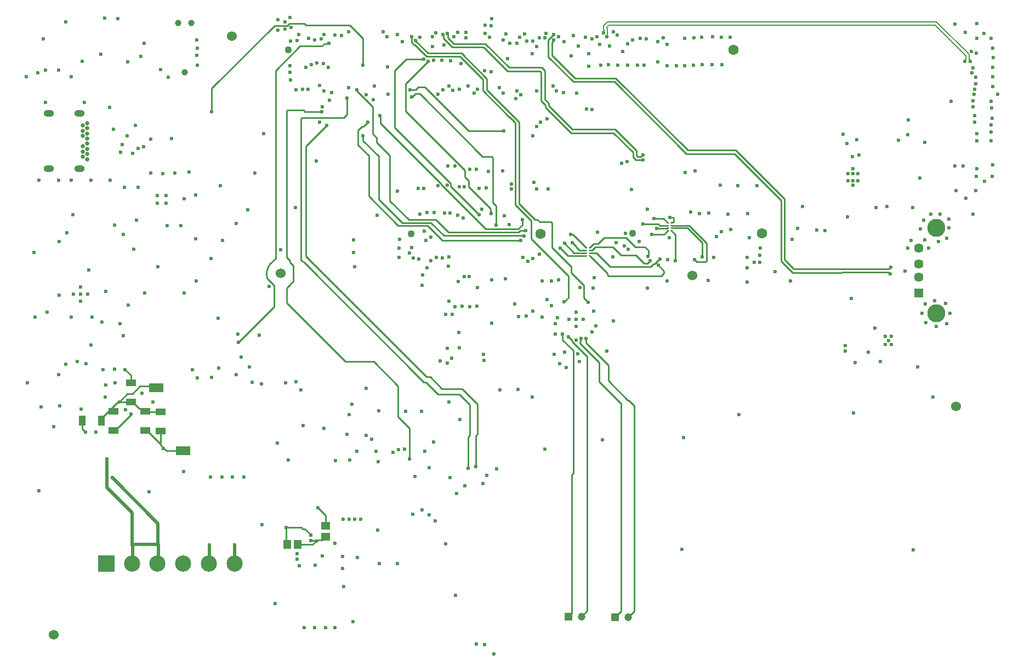
<source format=gbr>
%TF.GenerationSoftware,Altium Limited,Altium Designer,25.8.1 (18)*%
G04 Layer_Physical_Order=8*
G04 Layer_Color=16711680*
%FSLAX45Y45*%
%MOMM*%
%TF.SameCoordinates,C91546C2-10F2-4142-A55A-9FF34A01A7B4*%
%TF.FilePolarity,Positive*%
%TF.FileFunction,Copper,L8,Bot,Signal*%
%TF.Part,Single*%
G01*
G75*
%TA.AperFunction,SMDPad,CuDef*%
%ADD22R,1.60000X1.05000*%
%ADD25R,0.57247X0.61535*%
%ADD27R,1.05000X1.60000*%
%ADD29R,2.20000X1.40000*%
%ADD43R,1.45620X1.25464*%
%TA.AperFunction,Conductor*%
%ADD134C,0.25400*%
%ADD136C,0.20629*%
%ADD137C,0.50000*%
%ADD142C,0.24883*%
%TA.AperFunction,ComponentPad*%
%ADD149C,2.80000*%
%ADD150C,1.45000*%
%ADD151C,0.65000*%
%ADD152O,1.60000X1.00000*%
%ADD153C,2.50000*%
%ADD154C,0.99100*%
%ADD155R,1.20000X1.20000*%
%ADD156C,1.20000*%
%TA.AperFunction,WasherPad*%
%ADD157C,1.52400*%
%TA.AperFunction,ComponentPad*%
%ADD158R,1.45000X1.45000*%
%ADD159C,1.10000*%
%ADD160C,1.60000*%
%ADD161R,2.50000X2.50000*%
%TA.AperFunction,WasherPad*%
%ADD162C,1.10000*%
%ADD163C,1.60000*%
%TA.AperFunction,ViaPad*%
%ADD164C,0.60000*%
%TA.AperFunction,SMDPad,CuDef*%
%ADD169R,1.25464X1.45620*%
%ADD170R,0.30000X0.17500*%
D22*
X4320000Y6960000D02*
D03*
X4780000Y6222500D02*
D03*
X4538131Y6227211D02*
D03*
X4050000Y6230000D02*
D03*
X4780000Y6517500D02*
D03*
X4320000Y6665000D02*
D03*
X4538131Y6522211D02*
D03*
X4050000Y6525000D02*
D03*
D25*
X7097654Y4612640D02*
D03*
Y4526927D02*
D03*
D27*
X3567100Y6382660D02*
D03*
X3862100D02*
D03*
D29*
X5130000Y5910000D02*
D03*
X4710000Y6890000D02*
D03*
D43*
X7324487Y4752109D02*
D03*
Y4586953D02*
D03*
D134*
X6474820Y8806540D02*
G03*
X6431532Y8567168I185111J-157076D01*
G01*
X6956879Y8854617D02*
G03*
X6956880Y8854616I17961J17960D01*
G01*
X7324487Y4752109D02*
Y4915513D01*
X7210000Y5030000D02*
X7324487Y4915513D01*
X7097654Y4612640D02*
Y4614784D01*
X6974840Y4704080D02*
X7008357D01*
X6951980Y4726940D02*
X6974840Y4704080D01*
X7008357D02*
X7097654Y4614784D01*
X4320000Y6960000D02*
Y7080000D01*
X4230000Y7170000D02*
X4320000Y7080000D01*
X4872372Y5910000D02*
X5130000D01*
X4780000Y6002372D02*
X4820000Y5962372D01*
X4780000Y6012842D02*
X4785236Y6007607D01*
X4780000Y6012842D02*
Y6222500D01*
Y6002372D02*
Y6012842D01*
X4832372Y5950000D02*
X4872372Y5910000D01*
X4820000Y5950000D02*
X4832372D01*
X4820000D02*
Y5962372D01*
X6718300Y4726940D02*
X6951980D01*
X6718300Y4475372D02*
Y4726940D01*
Y4475372D02*
X6730742Y4462930D01*
X5920000Y4460000D02*
X5925000Y4455000D01*
X5530000Y4460000D02*
X5532000Y4458000D01*
X5925000Y4195000D02*
X5930000Y4190000D01*
X5532000Y4192000D02*
X5534000Y4190000D01*
X4077500Y6230000D02*
X4318442Y6470942D01*
X4538131Y6227211D02*
X4565631D01*
X4780000Y6012842D01*
X3567100Y6252900D02*
Y6382660D01*
X4050000Y6230000D02*
X4077500D01*
X3567100Y6252900D02*
X3620000Y6200000D01*
X6540500Y12486640D02*
X6733265D01*
X6766585Y12519960D01*
X5570220Y11516360D02*
X6540500Y12486640D01*
X6553200Y11793200D02*
X6931240Y12171240D01*
X7270375D02*
X7306340Y12207205D01*
X6931240Y12171240D02*
X7270375D01*
X7274455Y4536921D02*
X7324487Y4586953D01*
X7209293Y4536921D02*
X7274455D01*
X7192372Y4520000D02*
X7209293Y4536921D01*
X7176536Y4523464D02*
X7180000Y4520000D01*
X7192372D01*
X7097654Y4526927D02*
X7101117Y4523464D01*
X7176536D01*
X7122930Y4462930D02*
X7180000Y4520000D01*
X6895898Y4462930D02*
X7122930D01*
X4690000Y6910000D02*
X4710000Y6890000D01*
X4542842Y6517500D02*
X4780000D01*
X4460000Y6910000D02*
X4690000D01*
X4344374Y6794374D02*
X4460000Y6910000D01*
X4264374Y6794374D02*
X4344374D01*
X4140000Y6670000D02*
X4264374Y6794374D01*
X4140000Y6670000D02*
Y6670600D01*
X4320000Y6665000D02*
X4347500D01*
X4450489Y6562011D01*
X4140000Y6670000D02*
X4315000D01*
X4320000Y6665000D01*
X4538131Y6522211D02*
X4542842Y6517500D01*
X4450489Y6562011D02*
X4498331D01*
X4538131Y6522211D01*
X4131252Y6661252D02*
X4140000Y6670000D01*
X4113192Y6661252D02*
X4131252D01*
X3862100Y6410160D02*
X4113192Y6661252D01*
X3862100Y6382660D02*
Y6410160D01*
X9801829Y9344660D02*
X9936205D01*
X9116421Y10030067D02*
Y10033753D01*
X8171180Y10978994D02*
X9116421Y10033753D01*
X8171180Y10978994D02*
Y11092180D01*
X9116421Y10030067D02*
X9801829Y9344660D01*
X9260660Y10002700D02*
X9700260Y9563100D01*
X8392160Y10911871D02*
Y11788140D01*
Y10911871D02*
X9260660Y10043372D01*
Y10002700D02*
Y10043372D01*
X10170160Y11071860D02*
X10258880Y10983140D01*
Y9715680D02*
Y10983140D01*
Y9715680D02*
X10505440Y9469120D01*
X9131300Y9166860D02*
X10342880D01*
X8902700Y9395460D02*
X9131300Y9166860D01*
X9226373Y9292767D02*
X10309732D01*
X10336226Y9319260D01*
X9154160Y9237980D02*
X10390960D01*
X9031504Y9487636D02*
X9226373Y9292767D01*
X10336226Y9319260D02*
X10416540D01*
X10390960Y9237980D02*
X10391874Y9237067D01*
X13027660Y8866299D02*
Y8869680D01*
Y8866299D02*
X13059839Y8834120D01*
X13200742D02*
X13215620Y8848999D01*
Y9121140D01*
X13059839Y8834120D02*
X13200742D01*
X13141960Y8912860D02*
Y9128760D01*
X12346940Y8755380D02*
X12390120Y8798560D01*
X12404333D01*
X12483073Y8877300D02*
X12488780D01*
X12468860Y8780780D02*
X12555220Y8694420D01*
X12404333Y8798560D02*
X12483073Y8877300D01*
X6435661Y8563039D02*
X6528938Y8469762D01*
X6431532Y8567168D02*
X6435661Y8563039D01*
X6474820Y8806540D02*
X6553200Y8884920D01*
X6775365Y8827855D02*
X6829921Y8773299D01*
Y8613741D02*
Y8773299D01*
X6775365Y8827855D02*
Y8851849D01*
X6723380Y8903834D02*
Y11163661D01*
Y8903834D02*
X6775365Y8851849D01*
X6553200Y8884920D02*
Y11793200D01*
X5980000Y7590000D02*
X6528938Y8138938D01*
Y8469762D01*
X6723380Y8214720D02*
Y8430259D01*
X6829921Y8536800D02*
Y8613741D01*
X6775444Y8482323D02*
X6775516Y8482395D01*
X6775443Y8482323D02*
X6775444D01*
X6723380Y8430259D02*
X6775443Y8482323D01*
X6775516Y8482395D02*
X6829921Y8536800D01*
X6723380Y8204200D02*
X6723380Y8214720D01*
X6723380Y8204200D02*
X7632700Y7294880D01*
X8069611D01*
X6949440Y8862056D02*
Y11046821D01*
X6958197Y8853299D02*
X6997699Y8823961D01*
X6999019Y8822641D01*
X6956880Y8854615D02*
X6958197Y8853299D01*
X6949440Y8862056D02*
X6956878Y8854617D01*
X6999019Y8822641D02*
X8846820Y6974840D01*
X6964319Y11061700D02*
X7607300D01*
X6949440Y11046821D02*
X6964319Y11061700D01*
X8846820Y6974840D02*
X8877300D01*
X7020560Y8917940D02*
X8884920Y7053580D01*
X8945880D01*
X7020560Y8917940D02*
Y10622280D01*
X6723380Y11163661D02*
X6738259Y11178540D01*
X8862060Y11534140D02*
X9535160Y10861040D01*
X8756463Y11534140D02*
X8862060D01*
X9535160Y10861040D02*
X10076180D01*
X9819640Y11495416D02*
X10317480Y10997576D01*
X9819640Y11495416D02*
Y11666220D01*
X9756140Y11483340D02*
Y11653520D01*
Y11483340D02*
X10167620Y11071860D01*
X10170160D01*
X10317480Y9733280D02*
Y10997576D01*
X8666502Y11384280D02*
X8713496Y11431275D01*
X8779505D01*
X8656320Y11384280D02*
X8666502D01*
X8715823Y11493500D02*
X8756463Y11534140D01*
X8630920Y11493500D02*
X8715823D01*
X8564880Y11584940D02*
X8910320Y11930380D01*
X8564880Y11159796D02*
X9479420Y10245256D01*
X8564880Y11159796D02*
Y11584940D01*
X8779505Y11431275D02*
X9748520Y10462260D01*
X9893661D01*
X9908540Y10447381D01*
Y9751060D02*
Y10447381D01*
Y9751060D02*
X9961880Y9697720D01*
X8392160Y11788140D02*
X8572500Y11968480D01*
X8839200D01*
X9479420Y10147948D02*
Y10245256D01*
Y10147948D02*
X9535160Y10092208D01*
Y9994900D02*
Y10092208D01*
X8625840Y5791200D02*
Y6259350D01*
X8442660Y6442530D02*
X8625840Y6259350D01*
X7995920Y9847580D02*
X8448040Y9395460D01*
X8902700D01*
X9535160Y9994900D02*
X9874392Y9655668D01*
Y9592168D02*
X9883140Y9583420D01*
X9874392Y9592168D02*
Y9655668D01*
X9961880Y9405620D02*
Y9697720D01*
X11013440Y8214360D02*
X11079480Y8280400D01*
Y8612865D01*
X8509000Y9438640D02*
X8953500D01*
X9154160Y9237980D01*
X10363200Y9400540D02*
Y9489440D01*
X10302240Y9339580D02*
X10363200Y9400540D01*
X9941285Y9339580D02*
X10302240D01*
X9936205Y9344660D02*
X9941285Y9339580D01*
X8691566Y12191700D02*
X8704880D01*
X8655680Y12227585D02*
X8691566Y12191700D01*
X8704880D02*
X8884920Y12011660D01*
X9398000D02*
X9756140Y11653520D01*
X8884920Y12011660D02*
X9398000D01*
X8716940Y12248220D02*
X8907780Y12057380D01*
X9428480D01*
X9819640Y11666220D01*
X8655680Y12227585D02*
Y12310534D01*
X8660302Y12315155D01*
X8716940Y12248220D02*
Y12252960D01*
X6997624Y12519960D02*
X7025864Y12491720D01*
X7696200D01*
X6766585Y12519960D02*
X6997624D01*
X7696200Y12491720D02*
X7899400Y12288520D01*
X5570220Y11153140D02*
Y11516360D01*
X7899400Y11877040D02*
Y12288520D01*
X12666100Y9397360D02*
X12749509D01*
X12752009Y9394860D01*
X12666100Y9357360D02*
X12735203D01*
X12752009Y9394860D02*
X12941901D01*
X13215620Y9121140D01*
X12735203Y9357360D02*
X12736103Y9356460D01*
X12914259D01*
X13141960Y9128760D01*
X8168640Y11094720D02*
X8171180Y11092180D01*
X7807960Y11480525D02*
Y11490960D01*
Y11480525D02*
X8054340Y11234145D01*
Y10813235D02*
Y11234145D01*
X7907020Y10708640D02*
X8145780Y10469880D01*
X7907020Y10708640D02*
Y10784840D01*
X7830520Y10640360D02*
Y10871175D01*
X7889659Y10930313D02*
X7915333D01*
X7830520Y10640360D02*
X7995920Y10474960D01*
X7915333Y10930313D02*
X7983220Y10998200D01*
X7830520Y10871175D02*
X7889659Y10930313D01*
X8054340Y10813235D02*
X8118083Y10749492D01*
Y10677917D02*
Y10749492D01*
Y10677917D02*
X8319248Y10476752D01*
X7995920Y9847580D02*
Y10474960D01*
X8145780Y9801860D02*
Y10469880D01*
X8319248Y9778252D02*
Y10476752D01*
X8145780Y9801860D02*
X8509000Y9438640D01*
X8319248Y9778252D02*
X8609864Y9487636D01*
X9031504D01*
X11070900Y8931600D02*
X11350160D01*
X10952480Y9050020D02*
X11070900Y8931600D01*
X11194504Y9061996D02*
X11244900Y9011600D01*
X11135360Y9133840D02*
X11194504Y9074696D01*
Y9061996D02*
Y9074696D01*
X11244900Y9011600D02*
X11350160D01*
X11165520Y8971600D02*
X11350160D01*
X11014660Y9122460D02*
X11165520Y8971600D01*
X11115040Y9255760D02*
X11147650D01*
X11350160Y9053250D01*
Y9051600D02*
Y9053250D01*
X11405160Y8971600D02*
X11508420D01*
X11724640Y8755380D01*
X12346940D01*
X11406760Y9013200D02*
X11441440D01*
X11762740Y9062720D02*
X11889740Y8935720D01*
X11490960Y9062720D02*
X11762740D01*
X11441440Y9013200D02*
X11490960Y9062720D01*
X12293600Y8808709D02*
X12336545Y8851653D01*
X12247880Y8806180D02*
X12293600D01*
X12118340Y8935720D02*
X12247880Y8806180D01*
X12336545Y8851653D02*
Y8851654D01*
X12293600Y8806180D02*
Y8808709D01*
X12555220Y8658860D02*
Y8694420D01*
X12512040Y8615680D02*
X12555220Y8658860D01*
X11696339Y8615680D02*
X12512040D01*
X11681460Y8630559D02*
X11696339Y8615680D01*
X11681460Y8630559D02*
Y8653650D01*
X11405160Y8929950D02*
X11681460Y8653650D01*
X11405160Y8929950D02*
Y8931600D01*
X12311380Y8929050D02*
Y9009380D01*
X12305570Y8923240D02*
X12311380Y8929050D01*
X12252960Y9067800D02*
X12311380Y9009380D01*
X11405160Y9011600D02*
X11406760Y9013200D01*
X11889740Y8935720D02*
X12118340D01*
X11405160Y9051600D02*
X11469620Y9116060D01*
X11536680D01*
X11628120Y9207500D01*
X12108180Y9067800D02*
X12252960D01*
X11628120Y9207500D02*
X11968480D01*
X12108180Y9067800D01*
X12364720Y9258300D02*
X12552040D01*
X12400280Y9507220D02*
X12541240D01*
X12607150Y9441310D01*
X12692716Y9517380D02*
X12707595Y9502501D01*
Y9455759D02*
Y9502501D01*
X12644120Y9517380D02*
X12692716D01*
Y9440880D02*
X12707595Y9455759D01*
X12668400Y9440880D02*
X12692716D01*
X12666100Y9437360D02*
Y9438580D01*
X12668400Y9440880D01*
X12611100Y9315710D02*
Y9317360D01*
X12608800Y9313410D02*
X12611100Y9315710D01*
X12552040Y9258300D02*
X12607150Y9313410D01*
X12608800D01*
Y9441310D02*
X12611100Y9439010D01*
X12607150Y9441310D02*
X12608800D01*
X12611100Y9437360D02*
Y9439010D01*
X12609500Y9355760D02*
X12611100Y9357360D01*
X12595194Y9355760D02*
X12609500D01*
X12438380Y9354820D02*
X12594254D01*
X12595194Y9355760D01*
X12666100Y9315710D02*
Y9317360D01*
Y9315710D02*
X12727940Y9253870D01*
Y8851900D02*
Y9253870D01*
X12230100Y9415780D02*
X12230400Y9416080D01*
X12463755D01*
X12482475Y9397360D02*
X12611100D01*
X12463755Y9416080D02*
X12482475Y9397360D01*
X7377205Y12207205D02*
X7380000Y12210000D01*
X7306340Y12207205D02*
X7377205D01*
X10505440Y9186905D02*
Y9469120D01*
Y9186905D02*
X11079480Y8612865D01*
X9555480Y6154256D02*
Y6624320D01*
X9392920Y6786880D02*
X9555480Y6624320D01*
X9530080Y6128856D02*
X9555480Y6154256D01*
X9530080Y5646420D02*
Y6128856D01*
X9065260Y6786880D02*
X9392920D01*
X7660640Y11115040D02*
Y11369040D01*
X8877300Y6974840D02*
X9065260Y6786880D01*
X7607300Y11061700D02*
X7660640Y11115040D01*
X9674860Y6174576D02*
Y6637020D01*
X9646920Y6146636D02*
X9674860Y6174576D01*
X9646920Y5671820D02*
Y6146636D01*
X9126220Y6873240D02*
X9438640D01*
X8945880Y7053580D02*
X9126220Y6873240D01*
X9438640D02*
X9674860Y6637020D01*
X7020560Y10622280D02*
X7343140Y10944860D01*
X8069611Y7294880D02*
X8447860Y6916632D01*
Y6741254D02*
Y6916632D01*
X8442660Y6736055D02*
X8447860Y6741254D01*
X8442660Y6442530D02*
Y6736055D01*
X6738259Y11178540D02*
X6984983D01*
X7007843Y11155680D02*
X7266940D01*
X6984983Y11178540D02*
X7007843Y11155680D01*
X10822940Y9055100D02*
Y9436461D01*
Y9055100D02*
X11121260Y8756780D01*
Y8662800D02*
Y8756780D01*
X11316000Y8280100D02*
Y8468060D01*
X11121260Y8662800D02*
X11316000Y8468060D01*
Y8280100D02*
X11384280Y8211820D01*
X10634980Y9451340D02*
X10808061D01*
X10822940Y9436461D01*
X10317480Y9733280D02*
X10561320Y9489440D01*
X10596880D02*
X10634980Y9451340D01*
X10561320Y9489440D02*
X10596880D01*
X11138608Y7600272D02*
X11369040Y7369840D01*
Y3441920D02*
Y7369840D01*
X11076940Y7675880D02*
X11138608Y7614212D01*
Y7600272D02*
Y7614212D01*
X11259820Y7599680D02*
X11261973Y7601833D01*
Y7641778D01*
X11269550Y7649355D01*
X11554460Y6977380D02*
X11889740Y6642100D01*
X11278540Y3351420D02*
X11369040Y3441920D01*
X10982960Y7627620D02*
X11150600Y7459980D01*
X11554460Y6977380D02*
Y7279640D01*
X12006580Y6695440D02*
X12089740Y6612280D01*
X11150600Y5565140D02*
Y7459980D01*
X11889740Y3433640D02*
X11889740Y6642100D01*
X11125840Y5540380D02*
X11150600Y5565140D01*
X11694160Y6995160D02*
X11993880Y6695440D01*
X11799900Y3343800D02*
X11889740Y3433640D01*
X11694160Y6995160D02*
Y7236460D01*
X11993880Y6695440D02*
X12006580D01*
X11259820Y7574280D02*
X11554460Y7279640D01*
X11351260Y7579360D02*
X11694160Y7236460D01*
X11078540Y3351420D02*
X11125840Y3398720D01*
Y5540380D01*
X10982960Y7627620D02*
Y7719060D01*
X11259820Y7574280D02*
Y7599680D01*
X11999900Y3343800D02*
X12089740Y3433640D01*
X12089740Y6612280D01*
X11351260Y7579360D02*
Y7650480D01*
X4343000Y4193000D02*
X4346000Y4190000D01*
X4741000Y4191000D02*
X4742000Y4190000D01*
D136*
X17213666Y11963979D02*
Y12019366D01*
X17195799Y11946114D02*
X17213666Y11963979D01*
X17195799Y11935460D02*
Y11946114D01*
X11671300Y12463300D02*
X11702020Y12494020D01*
X16739011D01*
X11671300Y12446210D02*
X11675340Y12442170D01*
X11671300Y12446210D02*
Y12463300D01*
X11675340Y12317960D02*
Y12442170D01*
X16739011Y12494020D02*
X17213666Y12019366D01*
X11671300Y12313920D02*
X11675340Y12317960D01*
X11620671Y12484271D02*
X11681049Y12544649D01*
X16759982D02*
X17264294Y12040337D01*
X17282159Y11938014D02*
Y11948668D01*
X17264294Y11966533D02*
Y12040337D01*
Y11966533D02*
X17282159Y11948668D01*
X11681049Y12544649D02*
X16759982D01*
X11617960Y12372340D02*
X11624711Y12379091D01*
X11620671Y12425239D02*
X11624711Y12421199D01*
Y12379091D02*
Y12421199D01*
X11620671Y12425239D02*
Y12484271D01*
D137*
X5925000Y4195000D02*
Y4455000D01*
X5532000Y4192000D02*
Y4458000D01*
X4030000Y5500000D02*
X4740000Y4790000D01*
Y4470000D02*
Y4790000D01*
X3950000Y5350000D02*
Y5790000D01*
X4340000Y4470000D02*
Y4960000D01*
X3950000Y5350000D02*
X4340000Y4960000D01*
Y4470000D02*
X4740000D01*
X4343000Y4193000D02*
Y4467000D01*
X4741000Y4191000D02*
Y4469000D01*
D142*
X9215286Y12299165D02*
X9306077Y12208374D01*
X9145243Y12291591D02*
Y12345159D01*
Y12291591D02*
X9283343Y12153491D01*
X12074548Y10452625D02*
Y10527495D01*
X12191839Y10460781D02*
X12218853Y10487796D01*
X12144008Y10460781D02*
X12191839D01*
X9210894Y12366489D02*
X9215286Y12362097D01*
X9138524Y12351878D02*
X9145243Y12345159D01*
X9215286Y12299165D02*
Y12362097D01*
X12218853Y10487796D02*
X12228356D01*
X12221928Y10405898D02*
X12228447Y10412417D01*
X12121274Y10405898D02*
X12221928D01*
X16023749Y8728212D02*
X16045837Y8750300D01*
X10821505Y12028335D02*
Y12228445D01*
X10848340Y12255281D02*
Y12260580D01*
X15275809Y8722360D02*
X15281660Y8728212D01*
X14560823Y8722360D02*
X15275809D01*
X15281660Y8728212D02*
X16023749D01*
X16045837Y8750300D02*
X16055341D01*
X10766622Y12005602D02*
X11153267Y11618957D01*
X16038217Y8651240D02*
X16047720D01*
X10766622Y12267762D02*
X10845800Y12346940D01*
X14538091Y8667477D02*
X15298543D01*
X15304395Y8673329D02*
X16016129D01*
X10821505Y12028335D02*
X11176000Y11673840D01*
X14361160Y8844407D02*
X14538091Y8667477D01*
X15298543D02*
X15304395Y8673329D01*
X11153267Y11618957D02*
X11785600D01*
X10821505Y12228445D02*
X10848340Y12255281D01*
X16016129Y8673329D02*
X16038217Y8651240D01*
X10766622Y12005602D02*
Y12267762D01*
X14361160Y8844407D02*
Y9784080D01*
X13639799Y10505440D02*
X14361160Y9784080D01*
X11785600Y11618957D02*
X12899117Y10505440D01*
X13639799D01*
X13662534Y10560323D02*
X14416043Y9806813D01*
X12921851Y10560323D02*
X13662534D01*
X14416043Y8867140D02*
Y9806813D01*
Y8867140D02*
X14560823Y8722360D01*
X11176000Y11673840D02*
X11808333D01*
X12921851Y10560323D01*
X10655735Y11326422D02*
X10722337Y11259820D01*
X10777220Y11247120D02*
Y11282553D01*
X11117707Y10829017D02*
X11773027D01*
X10722337Y11224387D02*
X11117707Y10829017D01*
X10777220Y11247120D02*
X11140440Y10883900D01*
X10722337Y11224387D02*
Y11259820D01*
X11140440Y10883900D02*
X11795760D01*
X10710618Y11349155D02*
X10777220Y11282553D01*
X10655735Y11326422D02*
Y11768484D01*
X9283343Y12153491D02*
X9769249D01*
X11795760Y10883900D02*
X12129431Y10550229D01*
Y10475358D02*
X12144008Y10460781D01*
X12129431Y10475358D02*
Y10550229D01*
X10710618Y11349155D02*
Y11791217D01*
X9791982Y12208374D02*
X10162413Y11837943D01*
X9306077Y12208374D02*
X9791982D01*
X10663892Y11837943D02*
X10710618Y11791217D01*
X10162413Y11837943D02*
X10663892D01*
X12074548Y10452625D02*
X12121274Y10405898D01*
X11773027Y10829017D02*
X12074548Y10527495D01*
X10641159Y11783060D02*
X10655735Y11768484D01*
X10139680Y11783060D02*
X10641159D01*
X9769249Y12153491D02*
X10139680Y11783060D01*
D149*
X16756599Y9357000D02*
D03*
Y8043000D02*
D03*
D150*
X16485600Y9050000D02*
D03*
Y8800000D02*
D03*
Y8600000D02*
D03*
D151*
X3643000Y10980000D02*
D03*
Y10500000D02*
D03*
Y10900000D02*
D03*
Y10420000D02*
D03*
Y10740000D02*
D03*
Y10660000D02*
D03*
X3573000Y10780000D02*
D03*
Y10620000D02*
D03*
Y10860000D02*
D03*
Y10940000D02*
D03*
Y10460000D02*
D03*
Y10540000D02*
D03*
X3643000Y10580000D02*
D03*
Y10820000D02*
D03*
D152*
X3528000Y11127000D02*
D03*
Y10273000D02*
D03*
X3055000Y11127000D02*
D03*
Y10273000D02*
D03*
D153*
X5920000Y4170000D02*
D03*
X5524000D02*
D03*
X4336000D02*
D03*
X4732000D02*
D03*
X5128000D02*
D03*
D154*
X5049915Y12524212D02*
D03*
X5252915D02*
D03*
X5151415Y11762212D02*
D03*
D155*
X11078540Y3351420D02*
D03*
X11799900Y3343800D02*
D03*
D156*
X11278540Y3351420D02*
D03*
X11999900Y3343800D02*
D03*
D157*
X6631940Y8661400D02*
D03*
X12992101Y8620760D02*
D03*
X5880000Y12320000D02*
D03*
X3130000Y3070000D02*
D03*
X17060001Y6600000D02*
D03*
D158*
X16485600Y8350000D02*
D03*
D159*
X8650257Y9269600D02*
D03*
X12070759Y9275910D02*
D03*
D160*
X10650257Y9269600D02*
D03*
X14070760Y9275910D02*
D03*
D161*
X3940000Y4170000D02*
D03*
D162*
X6747500Y12110000D02*
D03*
D163*
X13627499D02*
D03*
D164*
X15534641Y10721340D02*
D03*
X15565120Y10482580D02*
D03*
X15460980Y10457180D02*
D03*
X12070080Y12263120D02*
D03*
X17368520Y11689080D02*
D03*
X17604739Y11318240D02*
D03*
X17612360Y11216640D02*
D03*
X17325340Y11323320D02*
D03*
X16984979Y11318240D02*
D03*
X17325340Y11229340D02*
D03*
X14038580Y9047480D02*
D03*
X14033501Y8935720D02*
D03*
X12171680Y9151620D02*
D03*
X11938000Y9080500D02*
D03*
X11998960Y9027160D02*
D03*
X14033501Y8829040D02*
D03*
X13949680Y8823960D02*
D03*
X12298680Y8430260D02*
D03*
X11254740Y8440420D02*
D03*
X11463020Y8432800D02*
D03*
X15707359Y7437120D02*
D03*
X15892780Y7294880D02*
D03*
X10528300Y8884920D02*
D03*
X10378440Y8902700D02*
D03*
X10452100Y8844280D02*
D03*
X9230360Y8910320D02*
D03*
X9131300Y8897620D02*
D03*
X9034780Y8900160D02*
D03*
X8956040Y8854440D02*
D03*
X10815320Y8542020D02*
D03*
X10673080D02*
D03*
X9672320Y8437880D02*
D03*
X8950960Y9212580D02*
D03*
X8875257Y9167119D02*
D03*
X8656320Y9055100D02*
D03*
X8623300Y8973820D02*
D03*
X8890000Y8745220D02*
D03*
X8770620Y8874760D02*
D03*
X8684260Y8892540D02*
D03*
X5140000Y8350000D02*
D03*
X6300000Y7700000D02*
D03*
X3870000Y7900000D02*
D03*
X6020000Y7360000D02*
D03*
X6150000Y7210000D02*
D03*
X6069788Y5505334D02*
D03*
X4660000Y6670000D02*
D03*
X5729230Y5510378D02*
D03*
X5889789Y5505334D02*
D03*
X5549230Y5510378D02*
D03*
X3220000Y6610000D02*
D03*
X3780000Y6200000D02*
D03*
X17195799Y11935460D02*
D03*
X11671300Y12313920D02*
D03*
X11991340Y12202160D02*
D03*
X17365981Y11584940D02*
D03*
X16393159Y9674860D02*
D03*
X15994380Y9687560D02*
D03*
X15831821Y9677400D02*
D03*
X16327119Y11026140D02*
D03*
X16174220Y10716852D02*
D03*
X16322040Y10800080D02*
D03*
X15320454Y10808056D02*
D03*
X15382240Y10665460D02*
D03*
X17602200Y12288520D02*
D03*
X17498061Y12369800D02*
D03*
X17635220Y12141200D02*
D03*
X17383760Y12517120D02*
D03*
X17048480Y12512040D02*
D03*
X17211040Y12382500D02*
D03*
X17388840Y12291060D02*
D03*
X17637241Y11994400D02*
D03*
X17632680Y11844020D02*
D03*
Y11696700D02*
D03*
X17711420Y11422380D02*
D03*
X17632680Y11546840D02*
D03*
X17621519Y11050000D02*
D03*
X17354649Y11098630D02*
D03*
X13578841Y12306300D02*
D03*
X13439140D02*
D03*
X13304520Y12316460D02*
D03*
X13131799Y12303760D02*
D03*
X13017500Y12296140D02*
D03*
X12870180Y12291060D02*
D03*
X13449300Y11884660D02*
D03*
X13296899Y11882120D02*
D03*
X13147040Y11879580D02*
D03*
X13007339Y11871960D02*
D03*
X12872720Y11869420D02*
D03*
X12745720Y11866880D02*
D03*
X17609821Y10949940D02*
D03*
X17607280Y10843260D02*
D03*
X17383760Y10820400D02*
D03*
X17355820Y10995660D02*
D03*
X17607280Y10706100D02*
D03*
X17630141Y10330180D02*
D03*
X17619980Y10157460D02*
D03*
X17503140Y10078720D02*
D03*
X17388840Y10708640D02*
D03*
X17383760Y10276840D02*
D03*
X17051019Y10317480D02*
D03*
X17373599Y10160000D02*
D03*
X16583659Y10680700D02*
D03*
X16504919Y10134600D02*
D03*
X15548640Y10197260D02*
D03*
Y10092260D02*
D03*
X15471140D02*
D03*
Y10197260D02*
D03*
Y10272260D02*
D03*
X15393640Y10092260D02*
D03*
Y10197260D02*
D03*
X15471140Y10017260D02*
D03*
X13990320Y10012680D02*
D03*
X13423900Y10022840D02*
D03*
X13698219Y10015220D02*
D03*
X12542520Y12296140D02*
D03*
X12283440Y12278360D02*
D03*
X12184380Y12288520D02*
D03*
X10927080Y12316460D02*
D03*
X11341100Y12303760D02*
D03*
X9890760Y12593320D02*
D03*
X10727992Y12369800D02*
D03*
X10403840Y12357100D02*
D03*
X9794240Y12491720D02*
D03*
X9888220Y12484100D02*
D03*
X12600940Y12194540D02*
D03*
X12456160Y12240260D02*
D03*
X11920220Y12085320D02*
D03*
X12458700Y11925300D02*
D03*
X11559540Y12197080D02*
D03*
X11717020Y12169140D02*
D03*
X12603480Y11864340D02*
D03*
X12148820Y11871960D02*
D03*
X11993880D02*
D03*
X12247880D02*
D03*
X11844020D02*
D03*
X11697080Y11879200D02*
D03*
X11577320Y11877040D02*
D03*
X10586720Y12161520D02*
D03*
X10170160Y12214860D02*
D03*
X10139680Y11978640D02*
D03*
X11394680Y11856480D02*
D03*
X9886710Y11774800D02*
D03*
X9786620Y11786570D02*
D03*
X9420577Y11902448D02*
D03*
X10840720Y11551920D02*
D03*
X10345420Y11414760D02*
D03*
X10548620Y10060940D02*
D03*
X17371060Y9939020D02*
D03*
X17061180Y9936480D02*
D03*
X17330420Y9575800D02*
D03*
X17218660Y9817100D02*
D03*
X16814799Y9575800D02*
D03*
X16675101D02*
D03*
X16954500Y9497060D02*
D03*
X16957040Y9359900D02*
D03*
X16924020Y9202420D02*
D03*
X16560800Y9476740D02*
D03*
X16517619Y9347200D02*
D03*
X14696440Y9690100D02*
D03*
X12298680Y9644380D02*
D03*
X15389861Y9530080D02*
D03*
X13845760Y9583639D02*
D03*
X14620239Y9354820D02*
D03*
X13873480Y9210040D02*
D03*
X14528799Y9182100D02*
D03*
X13245760Y9591381D02*
D03*
X12962579Y9602780D02*
D03*
X13104890Y9579851D02*
D03*
X13545760Y9575861D02*
D03*
X12639040Y9204960D02*
D03*
X16903700Y8188960D02*
D03*
X16789400Y9146540D02*
D03*
X16736060Y8237220D02*
D03*
X16583659Y9169728D02*
D03*
X16644620Y9047480D02*
D03*
X16593820Y8183880D02*
D03*
X16967200Y8039100D02*
D03*
X16540480Y8041640D02*
D03*
X16596359Y7891780D02*
D03*
X16918941Y7881620D02*
D03*
X16758920Y7835900D02*
D03*
X16705580Y6743700D02*
D03*
X16367760Y9166860D02*
D03*
X16316960Y9047480D02*
D03*
X16273779Y8689340D02*
D03*
X15811501Y7810500D02*
D03*
X14505940Y8536940D02*
D03*
X15450819Y8270240D02*
D03*
X13837920Y8742680D02*
D03*
X13835381Y8900160D02*
D03*
X14269720Y8679180D02*
D03*
X13837920Y8521700D02*
D03*
X13233400Y8547100D02*
D03*
X12600940Y8539480D02*
D03*
X16064999Y7680000D02*
D03*
X16020000Y7620000D02*
D03*
X15975000Y7560000D02*
D03*
Y7680000D02*
D03*
X16474440Y7208520D02*
D03*
X16064999Y7560000D02*
D03*
X16405859Y4381500D02*
D03*
X15506700Y7277100D02*
D03*
X15483839Y6494780D02*
D03*
X13710921Y6471920D02*
D03*
X12854939Y6113780D02*
D03*
X12834621Y4386580D02*
D03*
X12054840Y9956800D02*
D03*
X11958320Y9276080D02*
D03*
X10764520Y9961880D02*
D03*
X11526520Y9293860D02*
D03*
X11811000Y9131300D02*
D03*
X11765280Y8907780D02*
D03*
X10929620Y8554720D02*
D03*
X10584180Y9964420D02*
D03*
X10629900Y8956040D02*
D03*
X11193780Y8055120D02*
D03*
X11083780Y7945120D02*
D03*
X11303780D02*
D03*
X11193780D02*
D03*
X10906760Y7975600D02*
D03*
X10815320Y8161020D02*
D03*
X10667700Y7980680D02*
D03*
X9741061Y9646920D02*
D03*
X10086340Y9547860D02*
D03*
X9448800Y9509760D02*
D03*
X10246360Y8186420D02*
D03*
X10307320Y7988300D02*
D03*
X10102880Y8574978D02*
D03*
X9377680Y8529320D02*
D03*
X9662160Y8148320D02*
D03*
X11772900Y7919720D02*
D03*
X11193780Y7835120D02*
D03*
X11194308Y7623344D02*
D03*
X10876280Y7721600D02*
D03*
X11671300Y7457440D02*
D03*
X11600180Y6083300D02*
D03*
X11249660Y7297420D02*
D03*
X11224260Y7411720D02*
D03*
X10858500Y7401560D02*
D03*
X10711180Y5943600D02*
D03*
X9890760Y7889240D02*
D03*
X10297160Y6863080D02*
D03*
X10020300Y6858000D02*
D03*
X9390000Y7510000D02*
D03*
X9770000Y7310000D02*
D03*
X9966960Y5638800D02*
D03*
X9926320Y2771140D02*
D03*
X9761220Y5402580D02*
D03*
X9784080Y2918460D02*
D03*
X9370480Y12382360D02*
D03*
X8219440Y12387580D02*
D03*
X7680960D02*
D03*
X9311640Y12313920D02*
D03*
X9255760Y11945620D02*
D03*
X9156700Y12184380D02*
D03*
X9123680Y11948160D02*
D03*
X8981740Y12166600D02*
D03*
X8272780Y12311380D02*
D03*
X8996680Y11948160D02*
D03*
X8280400Y11849100D02*
D03*
X7302500Y12350000D02*
D03*
X7569200Y12329160D02*
D03*
X6591300Y12580620D02*
D03*
X6593840Y12412980D02*
D03*
X7294880Y11899900D02*
D03*
X7256780Y12278360D02*
D03*
X7160260Y12260580D02*
D03*
X7195820Y11907520D02*
D03*
X7373620Y11841480D02*
D03*
X7105000Y11885000D02*
D03*
X7068820Y12288520D02*
D03*
X6786880Y12247880D02*
D03*
X7025640Y11841480D02*
D03*
X8432800Y9923780D02*
D03*
X9253220Y9591040D02*
D03*
X9161415Y9586162D02*
D03*
X9364980Y9558020D02*
D03*
X9222740Y8768080D02*
D03*
X9006840Y9598660D02*
D03*
X8897620Y9596120D02*
D03*
X8854440Y9309100D02*
D03*
X9329420Y8140700D02*
D03*
X9235440Y8227060D02*
D03*
X8826500Y8628380D02*
D03*
X8780780Y9570720D02*
D03*
X8473440Y9182100D02*
D03*
X8125460Y9558020D02*
D03*
X8458200Y9044940D02*
D03*
X8813800Y8468360D02*
D03*
X8465820Y8905240D02*
D03*
X7180580Y10391140D02*
D03*
X6370320Y10820400D02*
D03*
X6235700Y10208260D02*
D03*
X5700000Y10010000D02*
D03*
X7759700Y9174480D02*
D03*
X7757160Y8981440D02*
D03*
X6858000Y9672320D02*
D03*
X6129020Y9641840D02*
D03*
X6631940Y9019540D02*
D03*
X7774940Y8760460D02*
D03*
X6455697Y8450348D02*
D03*
X5737860Y9169400D02*
D03*
X5560060Y8890000D02*
D03*
X5670000Y7960000D02*
D03*
X5341620Y12263120D02*
D03*
X4780280Y11803380D02*
D03*
X4523740Y12209780D02*
D03*
X4478020Y12009120D02*
D03*
X4114800Y12595860D02*
D03*
X3919220Y12600940D02*
D03*
X3990000Y11220000D02*
D03*
X4950000Y10740000D02*
D03*
X4390000Y10940000D02*
D03*
X4350000Y10510000D02*
D03*
X3310000Y12540000D02*
D03*
X3600000Y11300000D02*
D03*
X3000000Y11800000D02*
D03*
Y11300000D02*
D03*
X2970000Y12280000D02*
D03*
X4860000Y9860000D02*
D03*
X4810000Y10200000D02*
D03*
X5140000Y9810000D02*
D03*
X4860000Y9740000D02*
D03*
X4730000Y9860000D02*
D03*
X4000000Y10100000D02*
D03*
X4730000Y9740000D02*
D03*
X4410000Y9480000D02*
D03*
X4740000Y8760000D02*
D03*
X5331460Y8539480D02*
D03*
X3700000Y10100000D02*
D03*
X3400000D02*
D03*
X3200000D02*
D03*
X2900000D02*
D03*
X2820000Y8980000D02*
D03*
X3670000Y8710000D02*
D03*
X3545000Y8448750D02*
D03*
Y8338750D02*
D03*
X3655000D02*
D03*
X3720000Y7980000D02*
D03*
X3545000Y8228750D02*
D03*
X3435000Y8338750D02*
D03*
X3400000Y7980000D02*
D03*
X2840000D02*
D03*
X9271000Y7348220D02*
D03*
X9204960Y7498080D02*
D03*
X9207500Y7272020D02*
D03*
X9230000Y6670000D02*
D03*
X8999220Y6052820D02*
D03*
X8860932Y5909168D02*
D03*
X8544560Y5935980D02*
D03*
X8455660Y5930900D02*
D03*
X8370000Y5890000D02*
D03*
X7955280Y6883400D02*
D03*
X8150000Y6530000D02*
D03*
X7690000Y6470000D02*
D03*
X6950000Y6850000D02*
D03*
X8110000Y5905078D02*
D03*
X7810000Y5909801D02*
D03*
X7299960Y6263640D02*
D03*
X6980000Y6300000D02*
D03*
X9352280Y5257800D02*
D03*
X8930000Y5650000D02*
D03*
X8820000Y5000000D02*
D03*
X9020000Y4830000D02*
D03*
X8140700Y5748020D02*
D03*
X9184640Y4475480D02*
D03*
X9334500Y3675380D02*
D03*
X8440000Y4170000D02*
D03*
X7820000Y4260000D02*
D03*
X8158480Y4170680D02*
D03*
X7754600Y3276320D02*
D03*
X7700000Y5767301D02*
D03*
X7480000Y5760000D02*
D03*
X7210000Y5030000D02*
D03*
X7588560Y4279777D02*
D03*
X7593224Y4091629D02*
D03*
X7607300Y3812540D02*
D03*
X7278750Y4285000D02*
D03*
X7168750Y4142500D02*
D03*
X5970000Y7720000D02*
D03*
X5680000Y7192500D02*
D03*
X6868160Y6985000D02*
D03*
X6710680Y6962140D02*
D03*
X6339840Y6949440D02*
D03*
X5946440Y7090000D02*
D03*
X6190000Y6970000D02*
D03*
X4230000Y7170000D02*
D03*
X4151303Y7878697D02*
D03*
X5570000Y7050000D02*
D03*
X5350000Y7040000D02*
D03*
X3929380Y6934200D02*
D03*
X3200000Y7090000D02*
D03*
X6750000Y5770000D02*
D03*
X5137500Y5592500D02*
D03*
X4820000Y5950000D02*
D03*
X6718300Y4726940D02*
D03*
X6342380Y4767580D02*
D03*
X5920000Y4460000D02*
D03*
X6920000Y4140000D02*
D03*
X6550000Y3550000D02*
D03*
X5530000Y4460000D02*
D03*
X4490000Y6800000D02*
D03*
X4318442Y6480000D02*
D03*
X4239260Y6550660D02*
D03*
X2930000Y6590000D02*
D03*
X4599940Y5275580D02*
D03*
X3620000Y6200000D02*
D03*
X2900680Y5295900D02*
D03*
X17350740Y11503660D02*
D03*
X10894060Y11478260D02*
D03*
X17170399Y10320020D02*
D03*
X7467600Y4480560D02*
D03*
X7470000Y3180000D02*
D03*
X7330000D02*
D03*
X7000000D02*
D03*
X7160000D02*
D03*
X17282159Y11938014D02*
D03*
X11617960Y12372340D02*
D03*
X17300342Y12083182D02*
D03*
X11516360Y12316460D02*
D03*
X11833860Y12339320D02*
D03*
X17322800Y11831320D02*
D03*
X17345660Y11424920D02*
D03*
X11005820Y11455400D02*
D03*
X17375259Y12059960D02*
D03*
X11445240Y12278360D02*
D03*
X11772914Y12387580D02*
D03*
X17310100Y11757660D02*
D03*
X12877800Y10218460D02*
D03*
X13037820Y10238740D02*
D03*
X10327640Y12303760D02*
D03*
X10284460Y12214860D02*
D03*
X6703060Y12430940D02*
D03*
X8785860Y12303760D02*
D03*
X8977308Y12314868D02*
D03*
X9032240Y12377420D02*
D03*
X9210894Y12366489D02*
D03*
X9138524Y12351878D02*
D03*
X9395460Y11501120D02*
D03*
X7734300Y6631940D02*
D03*
X6913880Y12349480D02*
D03*
X6890000Y12257500D02*
D03*
X7660000Y6170000D02*
D03*
X7180000Y4520000D02*
D03*
X6970000Y11500000D02*
D03*
X7060000D02*
D03*
X6890000Y4320000D02*
D03*
Y4240000D02*
D03*
X6791960Y12458700D02*
D03*
X6780000Y12610000D02*
D03*
X6779260Y11869420D02*
D03*
X6870000Y11490000D02*
D03*
X6776720Y11762740D02*
D03*
X6781800Y11648440D02*
D03*
X6702805Y12542814D02*
D03*
X6578600Y6029960D02*
D03*
X5270000Y7170000D02*
D03*
X4140000Y6670000D02*
D03*
X11231444Y12170573D02*
D03*
X9544575Y8604541D02*
D03*
X9471660Y8608060D02*
D03*
X7231157Y11558657D02*
D03*
X9768840Y7404100D02*
D03*
X9098280Y7305040D02*
D03*
X9060721Y10010681D02*
D03*
X9204960Y10020300D02*
D03*
X10195560Y10038080D02*
D03*
X10198100Y9959340D02*
D03*
X10342880Y9166860D02*
D03*
X10391874Y9237067D02*
D03*
X12228447Y10412417D02*
D03*
X12227560Y10487000D02*
D03*
X10848340Y12260580D02*
D03*
X10711180Y12298051D02*
D03*
X10845800Y12346940D02*
D03*
X11902440Y10360660D02*
D03*
X11983720Y10383520D02*
D03*
X10982960Y7719060D02*
D03*
X3924300Y6741160D02*
D03*
X13141960Y8912860D02*
D03*
X13027660Y8869680D02*
D03*
X12468860Y8780780D02*
D03*
X12613640Y8867140D02*
D03*
X7274560Y11231880D02*
D03*
X9390380Y9992360D02*
D03*
X9469120Y9997440D02*
D03*
X10114280Y12359640D02*
D03*
X10068560Y12263120D02*
D03*
X9062720Y11427460D02*
D03*
X9212580Y10317480D02*
D03*
X9324340D02*
D03*
X9674860Y11501120D02*
D03*
X9622502Y11440418D02*
D03*
X10010140Y11531600D02*
D03*
X9555480Y10269220D02*
D03*
X10066388Y11438839D02*
D03*
X9659620Y10266680D02*
D03*
X9841782Y10235342D02*
D03*
X10058470Y10243996D02*
D03*
X16047720Y8651240D02*
D03*
X16055341Y8750300D02*
D03*
X11150600Y12329160D02*
D03*
X11010900Y12235180D02*
D03*
X11445240Y11191240D02*
D03*
X11356340Y11193780D02*
D03*
X9135780Y11492022D02*
D03*
X10647680Y10995660D02*
D03*
X10586720Y10929620D02*
D03*
X10629900Y12301220D02*
D03*
X9438640Y8145780D02*
D03*
X9550400Y8143240D02*
D03*
X10434320Y12245340D02*
D03*
X10528300D02*
D03*
X10584180Y11473180D02*
D03*
X9804400Y9974580D02*
D03*
X9232900Y11557000D02*
D03*
X9789160Y12362180D02*
D03*
X9494520Y12382500D02*
D03*
X8760460Y9966960D02*
D03*
X9857740Y12303760D02*
D03*
X9497060Y12301220D02*
D03*
X8846820Y9972040D02*
D03*
X9700260D02*
D03*
X9291320Y11483340D02*
D03*
X8656320Y11384280D02*
D03*
X8630920Y11493500D02*
D03*
X9700260Y9563100D02*
D03*
X8839200Y11968480D02*
D03*
X10266680Y11356340D02*
D03*
X10279380Y11478260D02*
D03*
X9525000Y11554460D02*
D03*
X10751820Y11049000D02*
D03*
X8625840Y5791200D02*
D03*
X15036800Y9316720D02*
D03*
X14917419Y9326880D02*
D03*
X9883140Y9583420D02*
D03*
X8910320Y11930380D02*
D03*
X11476763Y8585995D02*
D03*
X13322301Y8902700D02*
D03*
X9961880Y9405620D02*
D03*
X15354300Y7454900D02*
D03*
X11013440Y8214360D02*
D03*
X9893300Y8552180D02*
D03*
X8660302Y12315155D02*
D03*
X8440420Y12352020D02*
D03*
X7233920Y10998200D02*
D03*
X8077200Y11554460D02*
D03*
X5570220Y11153140D02*
D03*
X7899400Y11877040D02*
D03*
X4894580Y11689080D02*
D03*
X5346700Y12136120D02*
D03*
X7305000Y11480000D02*
D03*
X3853180Y12040769D02*
D03*
X5344160Y11877401D02*
D03*
X8710000Y5520000D02*
D03*
X9248140Y5496560D02*
D03*
X9819640Y5529580D02*
D03*
X5341620Y12026900D02*
D03*
X7417500Y11455000D02*
D03*
X10076180Y10861040D02*
D03*
X7907020Y10784840D02*
D03*
X7983220Y10998200D02*
D03*
X8168640Y11094720D02*
D03*
X10416540Y9319260D02*
D03*
X10363200Y9489440D02*
D03*
X10952480Y9050020D02*
D03*
X11014660Y9122460D02*
D03*
X11135360Y9133840D02*
D03*
X11115040Y9255760D02*
D03*
X7348220Y10939780D02*
D03*
X8061960Y11338560D02*
D03*
X7957820Y11417300D02*
D03*
X7807960Y11490960D02*
D03*
X7680960Y11529060D02*
D03*
X12336545Y8851654D02*
D03*
X12488780Y8877300D02*
D03*
X12305570Y8923240D02*
D03*
X12364720Y9258300D02*
D03*
X12400280Y9507220D02*
D03*
X10530840Y10784840D02*
D03*
X13439140Y9298940D02*
D03*
X13583920Y9331960D02*
D03*
X13360400Y9227820D02*
D03*
X10160000Y9408160D02*
D03*
X8716940Y12252960D02*
D03*
X12644120Y9517380D02*
D03*
X11120120Y12021820D02*
D03*
X12438380Y9354820D02*
D03*
X12727940Y8851900D02*
D03*
X12230100Y9415780D02*
D03*
X8514080Y12242800D02*
D03*
X7380000Y12210000D02*
D03*
X5980000Y7590000D02*
D03*
X8130617Y4690000D02*
D03*
X9400000Y6400000D02*
D03*
X11206480Y11445240D02*
D03*
X4220000Y9990000D02*
D03*
X7390000Y11330000D02*
D03*
X9530080Y5646420D02*
D03*
X7660640Y11369040D02*
D03*
X9646920Y5671820D02*
D03*
X8293100Y11424920D02*
D03*
X7472680Y12341860D02*
D03*
X7266940Y11155680D02*
D03*
X10520680Y12054840D02*
D03*
X11389360D02*
D03*
X9387840Y7744460D02*
D03*
X4430000Y9990000D02*
D03*
X4267200Y11922760D02*
D03*
X11384280Y8211820D02*
D03*
X11498580Y7840980D02*
D03*
X10878820Y7881620D02*
D03*
X10530840Y8072120D02*
D03*
X10429240Y7995920D02*
D03*
X15356841Y7538720D02*
D03*
X11018520Y7434580D02*
D03*
X10942320Y7264400D02*
D03*
X10515600Y6741160D02*
D03*
X9657080Y2926080D02*
D03*
X9286240Y8018780D02*
D03*
X9179560Y8023860D02*
D03*
X8810000Y6520000D02*
D03*
X8560000D02*
D03*
X9474200Y5372100D02*
D03*
X8930000Y4920000D02*
D03*
X8670000Y4930000D02*
D03*
X8040000Y6090000D02*
D03*
X7950000Y6150000D02*
D03*
X7870000Y4860000D02*
D03*
X7780000D02*
D03*
X7690000D02*
D03*
X7600000D02*
D03*
X2704680Y11700000D02*
D03*
X2720000Y6960000D02*
D03*
X11269550Y7649355D02*
D03*
X11440160Y7752080D02*
D03*
X11470640Y8069580D02*
D03*
X11046460Y7200900D02*
D03*
X10746740Y8255000D02*
D03*
X11076940Y7675880D02*
D03*
X11351260Y7650480D02*
D03*
X4030000Y5500000D02*
D03*
X4740000Y4470000D02*
D03*
X4340000D02*
D03*
X3950000Y5790000D02*
D03*
X3570000Y11930000D02*
D03*
X4160000Y10530000D02*
D03*
X4050000Y10880000D02*
D03*
X5220000Y10220000D02*
D03*
X5950000Y9430000D02*
D03*
X3330000Y9280000D02*
D03*
X2880000Y11760000D02*
D03*
X3630000Y7260000D02*
D03*
X3550000Y6560000D02*
D03*
X3890000Y7170000D02*
D03*
X3128540Y6289600D02*
D03*
X3490000Y7290000D02*
D03*
X4080000Y6960000D02*
D03*
X4066900Y7173100D02*
D03*
X4190000Y10650000D02*
D03*
X4430000Y10590000D02*
D03*
X3420000Y9560000D02*
D03*
X3700000Y7550000D02*
D03*
X3310000Y7250000D02*
D03*
X4360000Y9030000D02*
D03*
X4530000Y8350000D02*
D03*
X3930000Y8380000D02*
D03*
X4200000Y7690000D02*
D03*
X4280000Y8170000D02*
D03*
X3030000Y8060000D02*
D03*
X3210000Y8320000D02*
D03*
Y9150000D02*
D03*
X4070000Y9400000D02*
D03*
X5320000Y9190000D02*
D03*
X4200000Y9260000D02*
D03*
X5320000Y9870000D02*
D03*
X4880000Y9390000D02*
D03*
X5090000D02*
D03*
X5000000Y10210000D02*
D03*
X4630000D02*
D03*
X4520000Y10610000D02*
D03*
X4630000Y10730000D02*
D03*
X4260000Y10780000D02*
D03*
X3400000Y11700000D02*
D03*
X3200000Y11800000D02*
D03*
D169*
X6730742Y4462930D02*
D03*
X6895898D02*
D03*
D170*
X12611100Y9317360D02*
D03*
Y9437360D02*
D03*
Y9357360D02*
D03*
Y9397360D02*
D03*
X12666100D02*
D03*
Y9437360D02*
D03*
Y9317360D02*
D03*
Y9357360D02*
D03*
X11350160Y8971600D02*
D03*
Y9011600D02*
D03*
Y9051600D02*
D03*
Y8931600D02*
D03*
X11405160Y8971600D02*
D03*
Y9011600D02*
D03*
Y9051600D02*
D03*
Y8931600D02*
D03*
%TF.MD5,cb74a14d26d9a1f558a854bb6e383bdc*%
M02*

</source>
